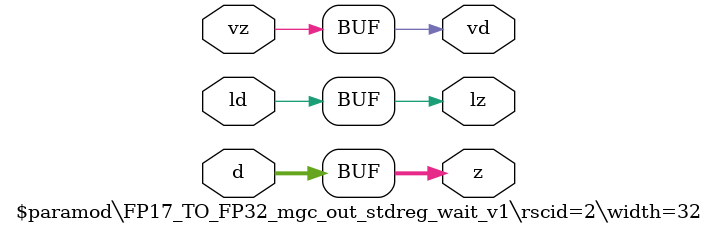
<source format=v>
module \$paramod\FP17_TO_FP32_mgc_out_stdreg_wait_v1\rscid=2\width=32 (ld, vd, d, lz, vz, z);
  (* src = "./vmod/vlibs/HLS_fp17_to_fp32.v:47" *)
  input [31:0] d;
  (* src = "./vmod/vlibs/HLS_fp17_to_fp32.v:45" *)
  input ld;
  (* src = "./vmod/vlibs/HLS_fp17_to_fp32.v:48" *)
  output lz;
  (* src = "./vmod/vlibs/HLS_fp17_to_fp32.v:46" *)
  output vd;
  (* src = "./vmod/vlibs/HLS_fp17_to_fp32.v:49" *)
  input vz;
  (* src = "./vmod/vlibs/HLS_fp17_to_fp32.v:50" *)
  output [31:0] z;
  assign lz = ld;
  assign vd = vz;
  assign z = d;
endmodule

</source>
